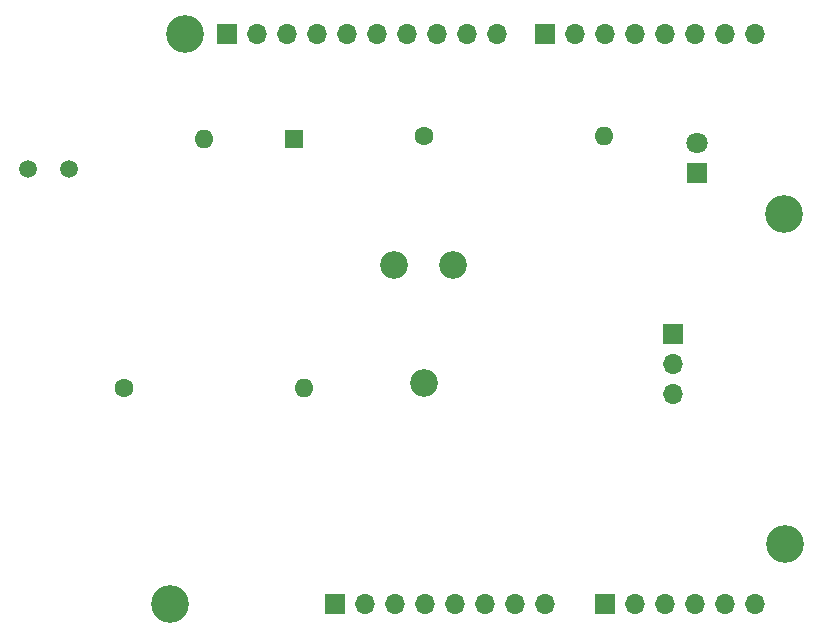
<source format=gbr>
%TF.GenerationSoftware,KiCad,Pcbnew,7.0.10*%
%TF.CreationDate,2024-09-09T18:41:45-04:00*%
%TF.ProjectId,Shield,53686965-6c64-42e6-9b69-6361645f7063,rev?*%
%TF.SameCoordinates,Original*%
%TF.FileFunction,Soldermask,Bot*%
%TF.FilePolarity,Negative*%
%FSLAX46Y46*%
G04 Gerber Fmt 4.6, Leading zero omitted, Abs format (unit mm)*
G04 Created by KiCad (PCBNEW 7.0.10) date 2024-09-09 18:41:45*
%MOMM*%
%LPD*%
G01*
G04 APERTURE LIST*
%ADD10R,1.700000X1.700000*%
%ADD11O,1.700000X1.700000*%
%ADD12C,3.200000*%
%ADD13C,1.600000*%
%ADD14O,1.600000X1.600000*%
%ADD15R,1.800000X1.800000*%
%ADD16C,1.800000*%
%ADD17R,1.600000X1.600000*%
%ADD18C,1.500000*%
%ADD19C,2.340000*%
G04 APERTURE END LIST*
D10*
%TO.C,J4*%
X145720000Y-49327000D03*
D11*
X148260000Y-49327000D03*
X150800000Y-49327000D03*
X153340000Y-49327000D03*
X155880000Y-49327000D03*
X158420000Y-49327000D03*
X160960000Y-49327000D03*
X163500000Y-49327000D03*
%TD*%
%TO.C,J3*%
X141656000Y-49327000D03*
X139116000Y-49327000D03*
X136576000Y-49327000D03*
X134036000Y-49327000D03*
X131496000Y-49327000D03*
X128956000Y-49327000D03*
X126416000Y-49327000D03*
X123876000Y-49327000D03*
X121336000Y-49327000D03*
D10*
X118796000Y-49327000D03*
%TD*%
%TO.C,J2*%
X150800000Y-97587000D03*
D11*
X153340000Y-97587000D03*
X155880000Y-97587000D03*
X158420000Y-97587000D03*
X160960000Y-97587000D03*
X163500000Y-97587000D03*
%TD*%
D10*
%TO.C,J1*%
X127955000Y-97562000D03*
D11*
X130495000Y-97562000D03*
X133035000Y-97562000D03*
X135575000Y-97562000D03*
X138115000Y-97562000D03*
X140655000Y-97562000D03*
X143195000Y-97562000D03*
X145735000Y-97562000D03*
%TD*%
D12*
%TO.C,MH1*%
X115240000Y-49327000D03*
%TD*%
D13*
%TO.C,R3*%
X110033000Y-79299000D03*
D14*
X125273000Y-79299000D03*
%TD*%
D15*
%TO.C,D1*%
X158547000Y-61143000D03*
D16*
X158547000Y-58603000D03*
%TD*%
D10*
%TO.C,J5*%
X156515000Y-74727000D03*
D11*
X156515000Y-77267000D03*
X156515000Y-79807000D03*
%TD*%
D12*
%TO.C,MH3*%
X166040000Y-92507000D03*
%TD*%
D17*
%TO.C,SW1*%
X124468500Y-58217000D03*
D14*
X116848500Y-58217000D03*
%TD*%
D13*
%TO.C,R1*%
X135433000Y-57963000D03*
D14*
X150673000Y-57963000D03*
%TD*%
D18*
%TO.C,R2*%
X105383000Y-60757000D03*
X101983000Y-60757000D03*
%TD*%
D19*
%TO.C,RV1*%
X132933000Y-68918000D03*
X135433000Y-78918000D03*
X137933000Y-68918000D03*
%TD*%
D12*
%TO.C,MH2*%
X113970000Y-97587000D03*
%TD*%
%TO.C,MH3*%
X165913000Y-64567000D03*
%TD*%
M02*

</source>
